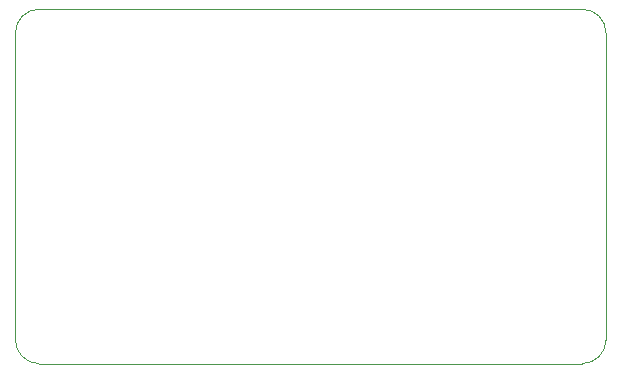
<source format=gko>
G04*
G04 #@! TF.GenerationSoftware,Altium Limited,Altium Designer,21.6.1 (37)*
G04*
G04 Layer_Color=16711935*
%FSLAX44Y44*%
%MOMM*%
G71*
G04*
G04 #@! TF.SameCoordinates,EB5C24EC-25F4-4F86-8BBE-D8D07956753C*
G04*
G04*
G04 #@! TF.FilePolarity,Positive*
G04*
G01*
G75*
%ADD10C,0.1000*%
D10*
X0Y20000D02*
G03*
X20000Y0I20000J0D01*
G01*
X480000D02*
G03*
X500000Y20000I0J20000D01*
G01*
X500000Y280000D02*
G03*
X480000Y300000I-20000J0D01*
G01*
X20000D02*
G03*
X0Y280000I0J-20000D01*
G01*
Y250000D02*
Y280000D01*
X500000Y20000D02*
Y280000D01*
X20000Y0D02*
X480000D01*
X20000Y300000D02*
X480000Y300000D01*
X0Y20000D02*
Y250000D01*
M02*

</source>
